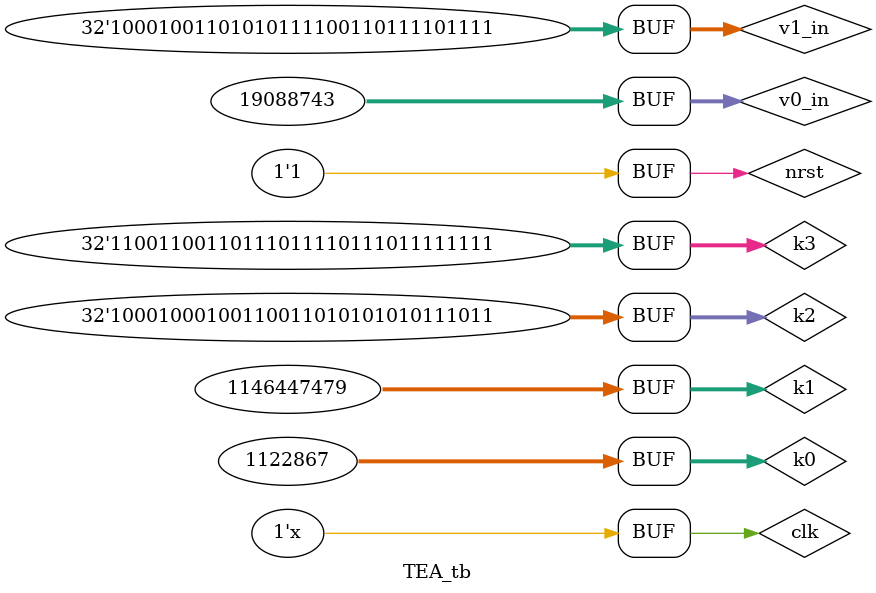
<source format=v>
`timescale 1ns/1ps

module TEA_tb;
    reg clk;
    reg nrst;
    reg [31:0] v0_in, v1_in;
    reg [31:0] k0, k1, k2, k3;
    wire [31:0] v0_out, v1_out;

    TEA uut (
        .clk(clk),
        .nrst(nrst),
        .v0_in(v0_in), .v1_in(v1_in),
        .k0(k0), .k1(k1), .k2(k2), .k3(k3),
        .v0_out(v0_out), .v1_out(v1_out)
    );

    always #5 clk = ~clk;

    initial begin
        clk = 0;
        nrst = 0;
        #20;
        nrst = 1;

        v0_in = 32'h01234567;
        v1_in = 32'h89abcdef;
        k0 = 32'h00112233;
        k1 = 32'h44556677;
        k2 = 32'h8899aabb;
        k3 = 32'hccddeeff;
        // #10;

        // v0_in = 32'hdeadbeef;
        // v1_in = 32'hfeedface;
        // k0 = 32'h11223344;
        // k1 = 32'h55667788;
        // k2 = 32'h99aabbcc;
        // k3 = 32'hddeeff00;
        // #10;

        // v0_in = 32'habcdef01;
        // v1_in = 32'h12345678;
        // k0 = 32'h00001111;
        // k1 = 32'h22223333;
        // k2 = 32'h44445555;
        // k3 = 32'h66667777;
        // #10;

        // v0_in = 32'hcafebabe;
        // v1_in = 32'hdeadbeef;
        // k0 = 32'h88889999;
        // k1 = 32'haaaa5555;
        // k2 = 32'h3333cccc;
        // k3 = 32'h99998888;
        // #10;

        // v0_in = 32'h11111111;
        // v1_in = 32'h22222222;
        // k0 = 32'h33333333;
        // k1 = 32'h44444444;
        // k2 = 32'h55555555;
        // k3 = 32'h66666666;
        // #10;

        // v0_in = 32'h77777777;
        // v1_in = 32'h88888888;
        // k0 = 32'h99999999;
        // k1 = 32'haaaaaaaa;
        // k2 = 32'hbbbbbbbb;
        // k3 = 32'hcccccccc;
        // #10;

        // v0_in = 32'hffffffff;
        // v1_in = 32'h00000000;
        // k0 = 32'h12345678;
        // k1 = 32'h87654321;
        // k2 = 32'haaaaaaaa;
        // k3 = 32'h55555555;
        // #10;

        // v0_in = 32'h00112233;
        // v1_in = 32'h44556677;
        // k0 = 32'hfedcba98;
        // k1 = 32'h76543210;
        // k2 = 32'h89abcdef;
        // k3 = 32'h01234567;
        // #10;

        // v0_in = 32'h77665544;
        // v1_in = 32'h33221100;
        // k0 = 32'h12345678;
        // k1 = 32'h9abcdef0;
        // k2 = 32'h0fedcba9;
        // k3 = 32'h76543210;
        // #10;
        
        // v0_in = 32'hdeadbeff;
        // v1_in = 32'hcafebabe;
        // k0 = 32'h55667788;
        // k1 = 32'h11223344;
        // k2 = 32'h99aabbcc;
        // k3 = 32'hddeeff00;
        #100;
    end
endmodule
</source>
